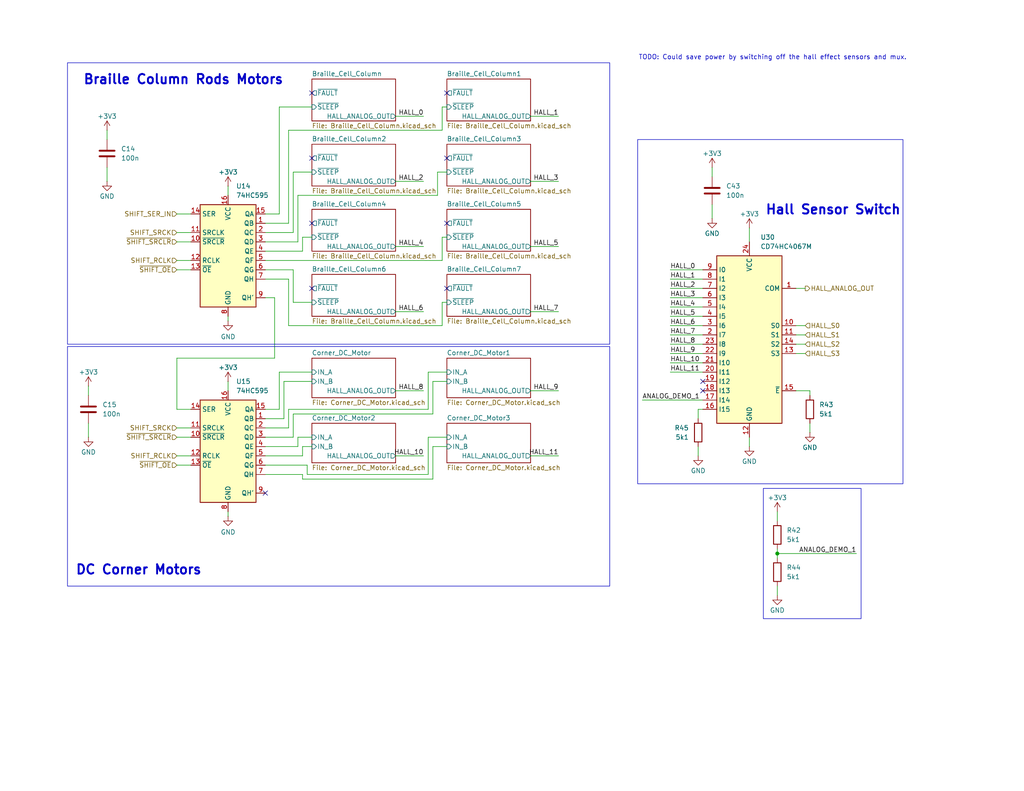
<source format=kicad_sch>
(kicad_sch (version 20250114) (generator "eeschema") (generator_version "9.0")
  (paper "USLetter")
  (title_block (title "Braille Cam Rod Prototype (Type 4)") (date "2025-02-03") (rev "Rev 2"))
  (lib_symbols
    (symbol "74xx:74HC595"
      (property "Reference" "U" (at -7.62 13.97 0))
      (property "Value" "74HC595" (at -7.62 -16.51 0))
      (symbol "74HC595_1_0"
        (pin input line (at -10.16 10.16 0) (length 2.54) (name "SER") (number "14"))
        (pin input line (at -10.16 5.08 0) (length 2.54) (name "SRCLK") (number "11"))
        (pin input line (at -10.16 2.54 0) (length 2.54) (name "~{SRCLR}") (number "10"))
        (pin input line (at -10.16 -2.54 0) (length 2.54) (name "RCLK") (number "12"))
        (pin input line (at -10.16 -5.08 0) (length 2.54) (name "~{OE}") (number "13"))
        (pin power_in line (at 0 15.24 270) (length 2.54) (name "VCC") (number "16"))
        (pin power_in line (at 0 -17.78 90) (length 2.54) (name "GND") (number "8"))
        (pin tri_state line (at 10.16 10.16 180) (length 2.54) (name "QA") (number "15"))
        (pin tri_state line (at 10.16 7.62 180) (length 2.54) (name "QB") (number "1"))
        (pin tri_state line (at 10.16 5.08 180) (length 2.54) (name "QC") (number "2"))
        (pin tri_state line (at 10.16 2.54 180) (length 2.54) (name "QD") (number "3"))
        (pin tri_state line (at 10.16 0 180) (length 2.54) (name "QE") (number "4"))
        (pin tri_state line (at 10.16 -2.54 180) (length 2.54) (name "QF") (number "5"))
        (pin tri_state line (at 10.16 -5.08 180) (length 2.54) (name "QG") (number "6"))
        (pin tri_state line (at 10.16 -7.62 180) (length 2.54) (name "QH") (number "7"))
        (pin output line (at 10.16 -12.7 180) (length 2.54) (name "QH'") (number "9"))
      )
      (symbol "74HC595_1_1"
        (rectangle (start -7.62 12.7) (end 7.62 -15.24) (stroke (width 0.254)) (fill (type background)))
      )
    )
    (symbol "74xx:CD74HC4067M"
      (property "Reference" "U" (at -8.89 22.86 0))
      (property "Value" "CD74HC4067M" (at 1.27 22.86 0))
      (symbol "CD74HC4067M_0_1"
        (rectangle (start -8.89 21.59) (end 8.89 -24.13) (stroke (width 0.254)) (fill (type background)))
      )
      (symbol "CD74HC4067M_1_1"
        (pin passive line (at -12.7 12.7 0) (length 3.81) (name "COM") (number "1"))
        (pin input line (at -12.7 2.54 0) (length 3.81) (name "S0") (number "10"))
        (pin input line (at -12.7 0 0) (length 3.81) (name "S1") (number "11"))
        (pin input line (at -12.7 -2.54 0) (length 3.81) (name "S2") (number "14"))
        (pin input line (at -12.7 -5.08 0) (length 3.81) (name "S3") (number "13"))
        (pin input line (at -12.7 -15.24 0) (length 3.81) (name "~{E}") (number "15"))
        (pin power_in line (at 0 25.4 270) (length 3.81) (name "VCC") (number "24"))
        (pin power_in line (at 0 -27.94 90) (length 3.81) (name "GND") (number "12"))
        (pin passive line (at 12.7 17.78 180) (length 3.81) (name "I0") (number "9"))
        (pin passive line (at 12.7 15.24 180) (length 3.81) (name "I1") (number "8"))
        (pin passive line (at 12.7 12.7 180) (length 3.81) (name "I2") (number "7"))
        (pin passive line (at 12.7 10.16 180) (length 3.81) (name "I3") (number "6"))
        (pin passive line (at 12.7 7.62 180) (length 3.81) (name "I4") (number "5"))
        (pin passive line (at 12.7 5.08 180) (length 3.81) (name "I5") (number "4"))
        (pin passive line (at 12.7 2.54 180) (length 3.81) (name "I6") (number "3"))
        (pin passive line (at 12.7 0 180) (length 3.81) (name "I7") (number "2"))
        (pin passive line (at 12.7 -2.54 180) (length 3.81) (name "I8") (number "23"))
        (pin passive line (at 12.7 -5.08 180) (length 3.81) (name "I9") (number "22"))
        (pin passive line (at 12.7 -7.62 180) (length 3.81) (name "I10") (number "21"))
        (pin passive line (at 12.7 -10.16 180) (length 3.81) (name "I11") (number "20"))
        (pin passive line (at 12.7 -12.7 180) (length 3.81) (name "I12") (number "19"))
        (pin passive line (at 12.7 -15.24 180) (length 3.81) (name "I13") (number "18"))
        (pin passive line (at 12.7 -17.78 180) (length 3.81) (name "I14") (number "17"))
        (pin passive line (at 12.7 -20.32 180) (length 3.81) (name "I15") (number "16"))
      )
    )
    (symbol "Device:C" (pin_numbers (hide yes)) (pin_names (offset 0.254))
      (property "Reference" "C" (at 0.635 2.54 0))
      (property "Value" "C" (at 0.635 -2.54 0))
      (symbol "C_0_1"
        (polyline (pts (xy -2.032 0.762) (xy 2.032 0.762)) (stroke (width 0.508)))
        (polyline (pts (xy -2.032 -0.762) (xy 2.032 -0.762)) (stroke (width 0.508)))
      )
      (symbol "C_1_1"
        (pin passive line (at 0 3.81 270) (length 2.794) (name "~") (number "1"))
        (pin passive line (at 0 -3.81 90) (length 2.794) (name "~") (number "2"))
      )
    )
    (symbol "Device:R" (pin_numbers (hide yes)) (pin_names (offset 0))
      (property "Reference" "R" (at 2.032 0 90))
      (property "Value" "R" (at 0 0 90))
      (symbol "R_0_1"
        (rectangle (start -1.016 -2.54) (end 1.016 2.54) (stroke (width 0.254)))
      )
      (symbol "R_1_1"
        (pin passive line (at 0 3.81 270) (length 1.27) (name "~") (number "1"))
        (pin passive line (at 0 -3.81 90) (length 1.27) (name "~") (number "2"))
      )
    )
    (symbol "power:+3V3" (power) (pin_numbers (hide yes)) (pin_names (offset 0) (hide yes))
      (property "Value" "+3V3" (at 0 3.556 0))
      (symbol "+3V3_0_1"
        (polyline (pts (xy -0.762 1.27) (xy 0 2.54)))
        (polyline (pts (xy 0 2.54) (xy 0.762 1.27)))
        (polyline (pts (xy 0 0) (xy 0 2.54)))
      )
      (symbol "+3V3_1_1"
        (pin power_in line (at 0 0 90) (length 0) (name "~") (number "1"))
      )
    )
    (symbol "power:GND" (power) (pin_numbers (hide yes)) (pin_names (offset 0) (hide yes))
      (property "Value" "GND" (at 0 -3.81 0))
      (symbol "GND_0_1"
        (polyline (pts (xy 0 0) (xy 0 -1.27) (xy 1.27 -1.27) (xy 0 -2.54) (xy -1.27 -1.27) (xy 0 -1.27)))
      )
      (symbol "GND_1_1"
        (pin power_in line (at 0 0 270) (length 0) (name "~") (number "1"))
      )
    )
  )
  (rectangle (start 18.415 94.615) (end 166.37 160.02))
  (rectangle (start 208.28 133.35) (end 234.95 168.91))
  (rectangle (start 173.99 38.1) (end 246.38 132.08))
  (rectangle (start 18.415 17.145) (end 166.37 93.98))
  (text "Hall Sensor Switch" (at 227.33 57.404 0) (effects (font (size 2.54 2.54) (thickness 0.508) (bold yes))))
  (text "Braille Column Rods Motors" (at 50.038 21.844 0) (effects (font (size 2.54 2.54) (thickness 0.508) (bold yes))))
  (text "TODO: Could save power by switching off the hall effect sensors and mux." (at 210.82 15.748 0) (effects (font (size 1.27 1.27))))
  (text "DC Corner Motors" (at 37.846 155.702 0) (effects (font (size 2.54 2.54) (thickness 0.508) (bold yes))))
  (junction (at 212.09 151.13))
  (no_connect (at 85.09 25.4))
  (no_connect (at 191.77 104.14))
  (no_connect (at 85.09 60.96))
  (no_connect (at 191.77 106.68))
  (no_connect (at 121.92 60.96))
  (no_connect (at 72.39 134.62))
  (no_connect (at 121.92 25.4))
  (no_connect (at 85.09 43.18))
  (no_connect (at 121.92 78.74))
  (no_connect (at 121.92 43.18))
  (no_connect (at 85.09 78.74))
  (wire (pts (xy 78.74 35.56) (xy 120.65 35.56)))
  (wire (pts (xy 120.65 88.9) (xy 120.65 82.55)))
  (wire (pts (xy 204.47 119.38) (xy 204.47 121.92)))
  (wire (pts (xy 107.95 49.53) (xy 115.57 49.53)))
  (wire (pts (xy 144.78 49.53) (xy 152.4 49.53)))
  (wire (pts (xy 119.38 53.34) (xy 119.38 46.99)))
  (wire (pts (xy 48.26 71.12) (xy 52.07 71.12)))
  (wire (pts (xy 76.2 58.42) (xy 76.2 29.21)))
  (wire (pts (xy 212.09 139.7) (xy 212.09 142.24)))
  (wire (pts (xy 212.09 149.86) (xy 212.09 151.13)))
  (wire (pts (xy 144.78 124.46) (xy 152.4 124.46)))
  (wire (pts (xy 72.39 68.58) (xy 82.55 68.58)))
  (wire (pts (xy 48.26 111.76) (xy 48.26 97.79)))
  (wire (pts (xy 182.88 99.06) (xy 191.77 99.06)))
  (wire (pts (xy 182.88 76.2) (xy 191.77 76.2)))
  (wire (pts (xy 182.88 81.28) (xy 191.77 81.28)))
  (wire (pts (xy 144.78 106.68) (xy 152.4 106.68)))
  (wire (pts (xy 74.93 97.79) (xy 74.93 81.28)))
  (wire (pts (xy 107.95 85.09) (xy 115.57 85.09)))
  (wire (pts (xy 72.39 116.84) (xy 78.74 116.84)))
  (wire (pts (xy 72.39 129.54) (xy 82.55 129.54)))
  (wire (pts (xy 144.78 85.09) (xy 152.4 85.09)))
  (wire (pts (xy 72.39 111.76) (xy 76.2 111.76)))
  (wire (pts (xy 24.13 115.57) (xy 24.13 119.38)))
  (wire (pts (xy 72.39 71.12) (xy 120.65 71.12)))
  (wire (pts (xy 48.26 116.84) (xy 52.07 116.84)))
  (wire (pts (xy 72.39 73.66) (xy 80.01 73.66)))
  (wire (pts (xy 48.26 111.76) (xy 52.07 111.76)))
  (wire (pts (xy 80.01 119.38) (xy 80.01 113.03)))
  (wire (pts (xy 48.26 119.38) (xy 52.07 119.38)))
  (wire (pts (xy 182.88 73.66) (xy 191.77 73.66)))
  (wire (pts (xy 118.11 121.92) (xy 121.92 121.92)))
  (wire (pts (xy 120.65 29.21) (xy 121.92 29.21)))
  (wire (pts (xy 82.55 130.81) (xy 118.11 130.81)))
  (wire (pts (xy 62.23 50.8) (xy 62.23 53.34)))
  (wire (pts (xy 182.88 101.6) (xy 191.77 101.6)))
  (wire (pts (xy 182.88 83.82) (xy 191.77 83.82)))
  (wire (pts (xy 175.26 109.22) (xy 191.77 109.22)))
  (wire (pts (xy 107.95 31.75) (xy 115.57 31.75)))
  (wire (pts (xy 212.09 160.02) (xy 212.09 162.56)))
  (wire (pts (xy 80.01 46.99) (xy 85.09 46.99)))
  (wire (pts (xy 48.26 124.46) (xy 52.07 124.46)))
  (wire (pts (xy 72.39 66.04) (xy 81.28 66.04)))
  (wire (pts (xy 77.47 104.14) (xy 85.09 104.14)))
  (wire (pts (xy 217.17 78.74) (xy 219.71 78.74)))
  (wire (pts (xy 72.39 127) (xy 83.82 127)))
  (wire (pts (xy 81.28 53.34) (xy 119.38 53.34)))
  (wire (pts (xy 118.11 113.03) (xy 118.11 104.14)))
  (wire (pts (xy 107.95 106.68) (xy 115.57 106.68)))
  (wire (pts (xy 204.47 62.23) (xy 204.47 66.04)))
  (wire (pts (xy 116.84 119.38) (xy 121.92 119.38)))
  (wire (pts (xy 116.84 129.54) (xy 116.84 119.38)))
  (wire (pts (xy 190.5 111.76) (xy 191.77 111.76)))
  (wire (pts (xy 72.39 124.46) (xy 82.55 124.46)))
  (wire (pts (xy 24.13 105.41) (xy 24.13 107.95)))
  (wire (pts (xy 72.39 121.92) (xy 81.28 121.92)))
  (wire (pts (xy 217.17 88.9) (xy 219.71 88.9)))
  (wire (pts (xy 217.17 106.68) (xy 220.98 106.68)))
  (wire (pts (xy 82.55 121.92) (xy 85.09 121.92)))
  (wire (pts (xy 182.88 88.9) (xy 191.77 88.9)))
  (wire (pts (xy 72.39 58.42) (xy 76.2 58.42)))
  (wire (pts (xy 107.95 124.46) (xy 115.57 124.46)))
  (wire (pts (xy 182.88 78.74) (xy 191.77 78.74)))
  (wire (pts (xy 81.28 66.04) (xy 81.28 53.34)))
  (wire (pts (xy 72.39 119.38) (xy 80.01 119.38)))
  (wire (pts (xy 194.31 55.88) (xy 194.31 59.69)))
  (wire (pts (xy 82.55 129.54) (xy 82.55 130.81)))
  (wire (pts (xy 217.17 91.44) (xy 219.71 91.44)))
  (wire (pts (xy 120.65 64.77) (xy 121.92 64.77)))
  (wire (pts (xy 78.74 60.96) (xy 78.74 35.56)))
  (wire (pts (xy 182.88 91.44) (xy 191.77 91.44)))
  (wire (pts (xy 78.74 88.9) (xy 120.65 88.9)))
  (wire (pts (xy 72.39 114.3) (xy 77.47 114.3)))
  (wire (pts (xy 118.11 104.14) (xy 121.92 104.14)))
  (wire (pts (xy 80.01 113.03) (xy 118.11 113.03)))
  (wire (pts (xy 80.01 63.5) (xy 80.01 46.99)))
  (wire (pts (xy 212.09 151.13) (xy 212.09 152.4)))
  (wire (pts (xy 144.78 67.31) (xy 152.4 67.31)))
  (wire (pts (xy 107.95 67.31) (xy 115.57 67.31)))
  (wire (pts (xy 217.17 93.98) (xy 219.71 93.98)))
  (wire (pts (xy 62.23 104.14) (xy 62.23 106.68)))
  (wire (pts (xy 144.78 31.75) (xy 152.4 31.75)))
  (wire (pts (xy 217.17 96.52) (xy 219.71 96.52)))
  (wire (pts (xy 81.28 121.92) (xy 81.28 119.38)))
  (wire (pts (xy 120.65 82.55) (xy 121.92 82.55)))
  (wire (pts (xy 119.38 46.99) (xy 121.92 46.99)))
  (wire (pts (xy 29.21 35.56) (xy 29.21 38.1)))
  (wire (pts (xy 81.28 119.38) (xy 85.09 119.38)))
  (wire (pts (xy 83.82 127) (xy 83.82 129.54)))
  (wire (pts (xy 82.55 68.58) (xy 82.55 64.77)))
  (wire (pts (xy 76.2 29.21) (xy 85.09 29.21)))
  (wire (pts (xy 48.26 127) (xy 52.07 127)))
  (wire (pts (xy 62.23 140.97) (xy 62.23 139.7)))
  (wire (pts (xy 80.01 73.66) (xy 80.01 82.55)))
  (wire (pts (xy 76.2 101.6) (xy 85.09 101.6)))
  (wire (pts (xy 82.55 64.77) (xy 85.09 64.77)))
  (wire (pts (xy 48.26 97.79) (xy 74.93 97.79)))
  (wire (pts (xy 83.82 129.54) (xy 116.84 129.54)))
  (wire (pts (xy 78.74 111.76) (xy 116.84 111.76)))
  (wire (pts (xy 120.65 35.56) (xy 120.65 29.21)))
  (wire (pts (xy 190.5 114.3) (xy 190.5 111.76)))
  (wire (pts (xy 62.23 87.63) (xy 62.23 86.36)))
  (wire (pts (xy 72.39 63.5) (xy 80.01 63.5)))
  (wire (pts (xy 78.74 76.2) (xy 78.74 88.9)))
  (wire (pts (xy 74.93 81.28) (xy 72.39 81.28)))
  (wire (pts (xy 116.84 111.76) (xy 116.84 101.6)))
  (wire (pts (xy 182.88 86.36) (xy 191.77 86.36)))
  (wire (pts (xy 212.09 151.13) (xy 233.68 151.13)))
  (wire (pts (xy 48.26 66.04) (xy 52.07 66.04)))
  (wire (pts (xy 116.84 101.6) (xy 121.92 101.6)))
  (wire (pts (xy 48.26 73.66) (xy 52.07 73.66)))
  (wire (pts (xy 72.39 60.96) (xy 78.74 60.96)))
  (wire (pts (xy 29.21 45.72) (xy 29.21 49.53)))
  (wire (pts (xy 190.5 121.92) (xy 190.5 124.46)))
  (wire (pts (xy 77.47 114.3) (xy 77.47 104.14)))
  (wire (pts (xy 182.88 93.98) (xy 191.77 93.98)))
  (wire (pts (xy 48.26 58.42) (xy 52.07 58.42)))
  (wire (pts (xy 48.26 63.5) (xy 52.07 63.5)))
  (wire (pts (xy 72.39 76.2) (xy 78.74 76.2)))
  (wire (pts (xy 76.2 111.76) (xy 76.2 101.6)))
  (wire (pts (xy 220.98 107.95) (xy 220.98 106.68)))
  (wire (pts (xy 78.74 116.84) (xy 78.74 111.76)))
  (wire (pts (xy 82.55 124.46) (xy 82.55 121.92)))
  (wire (pts (xy 194.31 45.72) (xy 194.31 48.26)))
  (wire (pts (xy 80.01 82.55) (xy 85.09 82.55)))
  (wire (pts (xy 220.98 115.57) (xy 220.98 118.11)))
  (wire (pts (xy 118.11 130.81) (xy 118.11 121.92)))
  (wire (pts (xy 120.65 71.12) (xy 120.65 64.77)))
  (wire (pts (xy 182.88 96.52) (xy 191.77 96.52)))
  (label "HALL_1" (at 182.88 76.2 0))
  (label "HALL_5" (at 182.88 86.36 0))
  (label "ANALOG_DEMO_1" (at 175.26 109.22 0))
  (label "HALL_4" (at 182.88 83.82 0))
  (label "HALL_1" (at 152.4 31.75 180))
  (label "HALL_10" (at 115.57 124.46 180))
  (label "HALL_7" (at 182.88 91.44 0))
  (label "HALL_0" (at 115.57 31.75 180))
  (label "HALL_3" (at 152.4 49.53 180))
  (label "HALL_9" (at 152.4 106.68 180))
  (label "HALL_9" (at 182.88 96.52 0))
  (label "HALL_11" (at 182.88 101.6 0))
  (label "HALL_6" (at 182.88 88.9 0))
  (label "HALL_8" (at 182.88 93.98 0))
  (label "HALL_0" (at 182.88 73.66 0))
  (label "HALL_8" (at 115.57 106.68 180))
  (label "HALL_3" (at 182.88 81.28 0))
  (label "ANALOG_DEMO_1" (at 233.68 151.13 180))
  (label "HALL_10" (at 182.88 99.06 0))
  (label "HALL_2" (at 182.88 78.74 0))
  (label "HALL_2" (at 115.57 49.53 180))
  (label "HALL_11" (at 152.4 124.46 180))
  (label "HALL_7" (at 152.4 85.09 180))
  (label "HALL_4" (at 115.57 67.31 180))
  (label "HALL_5" (at 152.4 67.31 180))
  (label "HALL_6" (at 115.57 85.09 180))
  (hierarchical_label "~{SHIFT_OE}" (shape input) (at 48.26 127 180))
  (hierarchical_label "~{SHIFT_OE}" (shape input) (at 48.26 73.66 180))
  (hierarchical_label "SHIFT_SER_IN" (shape input) (at 48.26 58.42 180))
  (hierarchical_label "HALL_S1" (shape input) (at 219.71 91.44 0))
  (hierarchical_label "HALL_S3" (shape input) (at 219.71 96.52 0))
  (hierarchical_label "~{SHIFT_SRCLR}" (shape input) (at 48.26 66.04 180))
  (hierarchical_label "SHIFT_RCLK" (shape input) (at 48.26 124.46 180))
  (hierarchical_label "SHIFT_SRCK" (shape input) (at 48.26 116.84 180))
  (hierarchical_label "HALL_S2" (shape input) (at 219.71 93.98 0))
  (hierarchical_label "HALL_S0" (shape input) (at 219.71 88.9 0))
  (hierarchical_label "HALL_ANALOG_OUT" (shape output) (at 219.71 78.74 0))
  (hierarchical_label "SHIFT_SRCK" (shape input) (at 48.26 63.5 180))
  (hierarchical_label "~{SHIFT_SRCLR}" (shape input) (at 48.26 119.38 180))
  (hierarchical_label "SHIFT_RCLK" (shape input) (at 48.26 71.12 180))
  (symbol (lib_id "74xx:74HC595") (at 62.23 68.58 0) (unit 1)
    (property "Reference" "U14" (at 64.4241 50.8 0) (effects (justify left)))
    (property "Value" "74HC595" (at 64.4241 53.34 0) (effects (justify left)))
    (property "Footprint" "Package_SO:SOP-16_3.9x9.9mm_P1.27mm" (effects (hide yes)))
    (property "Datasheet" "http://www.ti.com/lit/ds/symlink/sn74hc595.pdf" (effects (hide yes)))
    (property "Description" "8-bit serial in/out Shift Register 3-State Outputs" (effects (hide yes)))
    (property "LCSC" "C5947" (effects (hide yes)))
  )
  (symbol (lib_id "Device:C") (at 24.13 111.76 0) (unit 1)
    (property "Reference" "C15" (at 27.94 110.4899 0) (effects (justify left)))
    (property "Value" "100n" (at 27.94 113.0299 0) (effects (justify left)))
    (property "Footprint" "Capacitor_SMD:C_0603_1608Metric_Pad1.08x0.95mm_HandSolder" (effects (hide yes)))
    (property "Description" "Unpolarized capacitor" (effects (hide yes)))
  )
  (symbol (lib_id "power:GND") (at 24.13 119.38 0) (unit 1)
    (property "Reference" "#PWR0106" (effects (hide yes)))
    (property "Value" "GND" (at 24.13 123.444 0))
    (property "Description" "Power symbol creates a global label with name \"GND\" , ground" (effects (hide yes)))
  )
  (symbol (lib_id "Device:R") (at 212.09 156.21 0) (unit 1)
    (property "Reference" "R44" (at 214.63 154.9399 0) (effects (justify left)))
    (property "Value" "5k1" (at 214.63 157.4799 0) (effects (justify left)))
    (property "Footprint" "Resistor_SMD:R_0603_1608Metric_Pad0.98x0.95mm_HandSolder" (effects (hide yes)))
    (property "Description" "Resistor" (effects (hide yes)))
  )
  (symbol (lib_id "power:GND") (at 29.21 49.53 0) (unit 1)
    (property "Reference" "#PWR0107" (effects (hide yes)))
    (property "Value" "GND" (at 29.21 53.594 0))
    (property "Description" "Power symbol creates a global label with name \"GND\" , ground" (effects (hide yes)))
  )
  (symbol (lib_id "Device:R") (at 190.5 118.11 0) (mirror y) (unit 1)
    (property "Reference" "R45" (at 187.96 116.8399 0) (effects (justify left)))
    (property "Value" "5k1" (at 187.96 119.3799 0) (effects (justify left)))
    (property "Footprint" "Resistor_SMD:R_0603_1608Metric_Pad0.98x0.95mm_HandSolder" (effects (hide yes)))
    (property "Description" "Resistor" (effects (hide yes)))
  )
  (symbol (lib_id "power:+3V3") (at 212.09 139.7 0) (unit 1)
    (property "Reference" "#PWR0111" (effects (hide yes)))
    (property "Value" "+3V3" (at 212.09 135.89 0))
    (property "Description" "Power symbol creates a global label with name \"+3V3\"" (effects (hide yes)))
  )
  (symbol (lib_id "power:+3V3") (at 29.21 35.56 0) (unit 1)
    (property "Reference" "#PWR0104" (effects (hide yes)))
    (property "Value" "+3V3" (at 29.21 31.75 0))
    (property "Description" "Power symbol creates a global label with name \"+3V3\"" (effects (hide yes)))
  )
  (symbol (lib_id "Device:R") (at 220.98 111.76 0) (unit 1)
    (property "Reference" "R43" (at 223.52 110.4899 0) (effects (justify left)))
    (property "Value" "5k1" (at 223.52 113.0299 0) (effects (justify left)))
    (property "Footprint" "Resistor_SMD:R_0603_1608Metric_Pad0.98x0.95mm_HandSolder" (effects (hide yes)))
    (property "Description" "Resistor" (effects (hide yes)))
  )
  (symbol (lib_id "power:+3V3") (at 62.23 104.14 0) (unit 1)
    (property "Reference" "#PWR0108" (effects (hide yes)))
    (property "Value" "+3V3" (at 62.23 100.33 0))
    (property "Description" "Power symbol creates a global label with name \"+3V3\"" (effects (hide yes)))
  )
  (symbol (lib_id "power:GND") (at 62.23 140.97 0) (unit 1)
    (property "Reference" "#PWR0109" (effects (hide yes)))
    (property "Value" "GND" (at 62.23 145.288 0))
    (property "Description" "Power symbol creates a global label with name \"GND\" , ground" (effects (hide yes)))
  )
  (symbol (lib_id "power:+3V3") (at 194.31 45.72 0) (unit 1)
    (property "Reference" "#PWR0166" (effects (hide yes)))
    (property "Value" "+3V3" (at 194.31 41.91 0))
    (property "Description" "Power symbol creates a global label with name \"+3V3\"" (effects (hide yes)))
  )
  (symbol (lib_id "power:+3V3") (at 62.23 50.8 0) (unit 1)
    (property "Reference" "#PWR02" (effects (hide yes)))
    (property "Value" "+3V3" (at 62.23 46.99 0))
    (property "Description" "Power symbol creates a global label with name \"+3V3\"" (effects (hide yes)))
  )
  (symbol (lib_id "power:GND") (at 204.47 121.92 0) (unit 1)
    (property "Reference" "#PWR0169" (effects (hide yes)))
    (property "Value" "GND" (at 204.47 125.984 0))
    (property "Description" "Power symbol creates a global label with name \"GND\" , ground" (effects (hide yes)))
  )
  (symbol (lib_id "power:GND") (at 220.98 118.11 0) (unit 1)
    (property "Reference" "#PWR0170" (effects (hide yes)))
    (property "Value" "GND" (at 220.98 122.174 0))
    (property "Description" "Power symbol creates a global label with name \"GND\" , ground" (effects (hide yes)))
  )
  (symbol (lib_id "power:+3V3") (at 204.47 62.23 0) (unit 1)
    (property "Reference" "#PWR0168" (effects (hide yes)))
    (property "Value" "+3V3" (at 204.47 58.42 0))
    (property "Description" "Power symbol creates a global label with name \"+3V3\"" (effects (hide yes)))
  )
  (symbol (lib_id "Device:R") (at 212.09 146.05 0) (unit 1)
    (property "Reference" "R42" (at 214.63 144.7799 0) (effects (justify left)))
    (property "Value" "5k1" (at 214.63 147.3199 0) (effects (justify left)))
    (property "Footprint" "Resistor_SMD:R_0603_1608Metric_Pad0.98x0.95mm_HandSolder" (effects (hide yes)))
    (property "Description" "Resistor" (effects (hide yes)))
  )
  (symbol (lib_id "power:GND") (at 190.5 124.46 0) (unit 1)
    (property "Reference" "#PWR0110" (effects (hide yes)))
    (property "Value" "GND" (at 190.5 128.524 0))
    (property "Description" "Power symbol creates a global label with name \"GND\" , ground" (effects (hide yes)))
  )
  (symbol (lib_id "power:GND") (at 194.31 59.69 0) (unit 1)
    (property "Reference" "#PWR0167" (effects (hide yes)))
    (property "Value" "GND" (at 194.31 63.754 0))
    (property "Description" "Power symbol creates a global label with name \"GND\" , ground" (effects (hide yes)))
  )
  (symbol (lib_id "power:+3V3") (at 24.13 105.41 0) (unit 1)
    (property "Reference" "#PWR0105" (effects (hide yes)))
    (property "Value" "+3V3" (at 24.13 101.6 0))
    (property "Description" "Power symbol creates a global label with name \"+3V3\"" (effects (hide yes)))
  )
  (symbol (lib_id "74xx:74HC595") (at 62.23 121.92 0) (unit 1)
    (property "Reference" "U15" (at 64.4241 104.14 0) (effects (justify left)))
    (property "Value" "74HC595" (at 64.4241 106.68 0) (effects (justify left)))
    (property "Footprint" "Package_SO:SOP-16_3.9x9.9mm_P1.27mm" (effects (hide yes)))
    (property "Datasheet" "http://www.ti.com/lit/ds/symlink/sn74hc595.pdf" (effects (hide yes)))
    (property "Description" "8-bit serial in/out Shift Register 3-State Outputs" (effects (hide yes)))
    (property "LCSC" "C5947" (effects (hide yes)))
  )
  (symbol (lib_id "power:GND") (at 62.23 87.63 0) (unit 1)
    (property "Reference" "#PWR0103" (effects (hide yes)))
    (property "Value" "GND" (at 62.23 91.948 0))
    (property "Description" "Power symbol creates a global label with name \"GND\" , ground" (effects (hide yes)))
  )
  (symbol (lib_id "power:GND") (at 212.09 162.56 0) (unit 1)
    (property "Reference" "#PWR0112" (effects (hide yes)))
    (property "Value" "GND" (at 212.09 166.624 0))
    (property "Description" "Power symbol creates a global label with name \"GND\" , ground" (effects (hide yes)))
  )
  (symbol (lib_id "Device:C") (at 29.21 41.91 0) (unit 1)
    (property "Reference" "C14" (at 33.02 40.6399 0) (effects (justify left)))
    (property "Value" "100n" (at 33.02 43.1799 0) (effects (justify left)))
    (property "Footprint" "Capacitor_SMD:C_0603_1608Metric_Pad1.08x0.95mm_HandSolder" (effects (hide yes)))
    (property "Description" "Unpolarized capacitor" (effects (hide yes)))
  )
  (symbol (lib_id "74xx:CD74HC4067M") (at 204.47 91.44 0) (mirror y) (unit 1)
    (property "Reference" "U30" (at 207.4865 64.77 0) (effects (justify right)))
    (property "Value" "CD74HC4067M" (at 207.4865 67.31 0) (effects (justify right)))
    (property "Footprint" "Package_SO:SOIC-24W_7.5x15.4mm_P1.27mm" (effects (hide yes)))
    (property "Datasheet" "http://www.ti.com/lit/ds/symlink/cd74hc4067.pdf" (effects (hide yes)))
    (property "Description" "High-Speed CMOS Logic 16-Channel Analog Multiplexer/Demultiplexer, SOIC-24" (effects (hide yes)))
  )
  (symbol (lib_id "Device:C") (at 194.31 52.07 0) (unit 1)
    (property "Reference" "C43" (at 198.12 50.7999 0) (effects (justify left)))
    (property "Value" "100n" (at 198.12 53.3399 0) (effects (justify left)))
    (property "Footprint" "Capacitor_SMD:C_0603_1608Metric_Pad1.08x0.95mm_HandSolder" (effects (hide yes)))
    (property "Description" "Unpolarized capacitor" (effects (hide yes)))
  )
  (sheet (at 121.92 115.57) (size 22.86 10.795) (stroke (width 0.1524))
    (property "Sheetname" "Corner_DC_Motor3" (at 121.92 114.8584 0) (effects (justify left bottom)))
    (property "Sheetfile" "Corner_DC_Motor.kicad_sch" (at 121.92 126.9496 0) (effects (justify left top)))
    (pin "IN_A" input (at 121.92 119.38 180))
    (pin "IN_B" input (at 121.92 121.92 180))
    (pin "HALL_ANALOG_OUT" output (at 144.78 124.46 0))
  )
  (sheet (at 121.92 57.15) (size 22.86 11.43) (stroke (width 0.1524))
    (property "Sheetname" "Braille_Cell_Column5" (at 121.92 56.4384 0) (effects (justify left bottom)))
    (property "Sheetfile" "Braille_Cell_Column.kicad_sch" (at 121.92 69.1646 0) (effects (justify left top)))
    (pin "~{FAULT}" output (at 121.92 60.96 180))
    (pin "~{SLEEP}" input (at 121.92 64.77 180))
    (pin "HALL_ANALOG_OUT" output (at 144.78 67.31 0))
  )
  (sheet (at 121.92 97.79) (size 22.86 10.795) (stroke (width 0.1524))
    (property "Sheetname" "Corner_DC_Motor1" (at 121.92 97.0784 0) (effects (justify left bottom)))
    (property "Sheetfile" "Corner_DC_Motor.kicad_sch" (at 121.92 109.1696 0) (effects (justify left top)))
    (pin "IN_A" input (at 121.92 101.6 180))
    (pin "IN_B" input (at 121.92 104.14 180))
    (pin "HALL_ANALOG_OUT" output (at 144.78 106.68 0))
  )
  (sheet (at 121.92 39.37) (size 22.86 11.43) (stroke (width 0.1524))
    (property "Sheetname" "Braille_Cell_Column3" (at 121.92 38.6584 0) (effects (justify left bottom)))
    (property "Sheetfile" "Braille_Cell_Column.kicad_sch" (at 121.92 51.3846 0) (effects (justify left top)))
    (pin "~{FAULT}" output (at 121.92 43.18 180))
    (pin "~{SLEEP}" input (at 121.92 46.99 180))
    (pin "HALL_ANALOG_OUT" output (at 144.78 49.53 0))
  )
  (sheet (at 85.09 97.79) (size 22.86 10.795) (stroke (width 0.1524))
    (property "Sheetname" "Corner_DC_Motor" (at 85.09 97.0784 0) (effects (justify left bottom)))
    (property "Sheetfile" "Corner_DC_Motor.kicad_sch" (at 85.09 109.1696 0) (effects (justify left top)))
    (pin "IN_A" input (at 85.09 101.6 180))
    (pin "IN_B" input (at 85.09 104.14 180))
    (pin "HALL_ANALOG_OUT" output (at 107.95 106.68 0))
  )
  (sheet (at 121.92 74.93) (size 22.86 11.43) (stroke (width 0.1524))
    (property "Sheetname" "Braille_Cell_Column7" (at 121.92 74.2184 0) (effects (justify left bottom)))
    (property "Sheetfile" "Braille_Cell_Column.kicad_sch" (at 121.92 86.9446 0) (effects (justify left top)))
    (pin "~{FAULT}" output (at 121.92 78.74 180))
    (pin "~{SLEEP}" input (at 121.92 82.55 180))
    (pin "HALL_ANALOG_OUT" output (at 144.78 85.09 0))
  )
  (sheet (at 85.09 21.59) (size 22.86 11.43) (stroke (width 0.1524))
    (property "Sheetname" "Braille_Cell_Column" (at 85.09 20.8784 0) (effects (justify left bottom)))
    (property "Sheetfile" "Braille_Cell_Column.kicad_sch" (at 85.09 33.6046 0) (effects (justify left top)))
    (pin "~{FAULT}" output (at 85.09 25.4 180))
    (pin "~{SLEEP}" input (at 85.09 29.21 180))
    (pin "HALL_ANALOG_OUT" output (at 107.95 31.75 0))
  )
  (sheet (at 121.92 21.59) (size 22.86 11.43) (stroke (width 0.1524))
    (property "Sheetname" "Braille_Cell_Column1" (at 121.92 20.8784 0) (effects (justify left bottom)))
    (property "Sheetfile" "Braille_Cell_Column.kicad_sch" (at 121.92 33.6046 0) (effects (justify left top)))
    (pin "~{FAULT}" output (at 121.92 25.4 180))
    (pin "~{SLEEP}" input (at 121.92 29.21 180))
    (pin "HALL_ANALOG_OUT" output (at 144.78 31.75 0))
  )
  (sheet (at 85.09 39.37) (size 22.86 11.43) (stroke (width 0.1524))
    (property "Sheetname" "Braille_Cell_Column2" (at 85.09 38.6584 0) (effects (justify left bottom)))
    (property "Sheetfile" "Braille_Cell_Column.kicad_sch" (at 85.09 51.3846 0) (effects (justify left top)))
    (pin "~{FAULT}" output (at 85.09 43.18 180))
    (pin "~{SLEEP}" input (at 85.09 46.99 180))
    (pin "HALL_ANALOG_OUT" output (at 107.95 49.53 0))
  )
  (sheet (at 85.09 115.57) (size 22.86 10.795) (stroke (width 0.1524))
    (property "Sheetname" "Corner_DC_Motor2" (at 85.09 114.8584 0) (effects (justify left bottom)))
    (property "Sheetfile" "Corner_DC_Motor.kicad_sch" (at 85.09 126.9496 0) (effects (justify left top)))
    (pin "IN_A" input (at 85.09 119.38 180))
    (pin "IN_B" input (at 85.09 121.92 180))
    (pin "HALL_ANALOG_OUT" output (at 107.95 124.46 0))
  )
  (sheet (at 85.09 74.93) (size 22.86 11.43) (stroke (width 0.1524))
    (property "Sheetname" "Braille_Cell_Column6" (at 85.09 74.2184 0) (effects (justify left bottom)))
    (property "Sheetfile" "Braille_Cell_Column.kicad_sch" (at 85.09 86.9446 0) (effects (justify left top)))
    (pin "~{FAULT}" output (at 85.09 78.74 180))
    (pin "~{SLEEP}" input (at 85.09 82.55 180))
    (pin "HALL_ANALOG_OUT" output (at 107.95 85.09 0))
  )
  (sheet (at 85.09 57.15) (size 22.86 11.43) (stroke (width 0.1524))
    (property "Sheetname" "Braille_Cell_Column4" (at 85.09 56.4384 0) (effects (justify left bottom)))
    (property "Sheetfile" "Braille_Cell_Column.kicad_sch" (at 85.09 69.1646 0) (effects (justify left top)))
    (pin "~{FAULT}" output (at 85.09 60.96 180))
    (pin "~{SLEEP}" input (at 85.09 64.77 180))
    (pin "HALL_ANALOG_OUT" output (at 107.95 67.31 0))
  )
)
</source>
